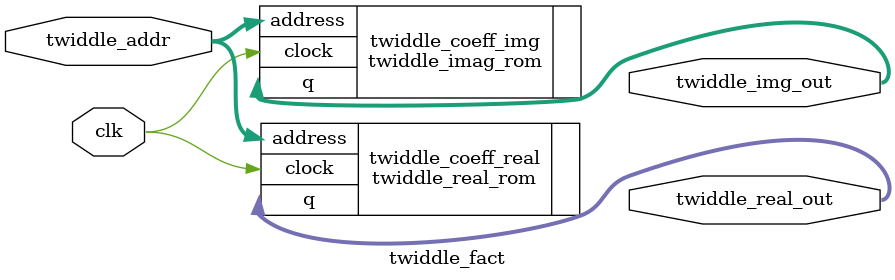
<source format=v>
module twiddle_fact(
	clk,
	twiddle_addr,
	twiddle_real_out,
	twiddle_img_out
);

//Parameters

//Ports definition
input clk;
input [8:0]twiddle_addr;
output [31:0]twiddle_real_out;
output [31:0]twiddle_img_out;

//Private wires

//Private regs

//Private assignments

twiddle_real_rom twiddle_coeff_real(
	.address(twiddle_addr),
	.clock(clk),
	.q(twiddle_real_out)
);

twiddle_imag_rom twiddle_coeff_img(
	.address(twiddle_addr),
	.clock(clk),
	.q(twiddle_img_out)
);


endmodule

</source>
